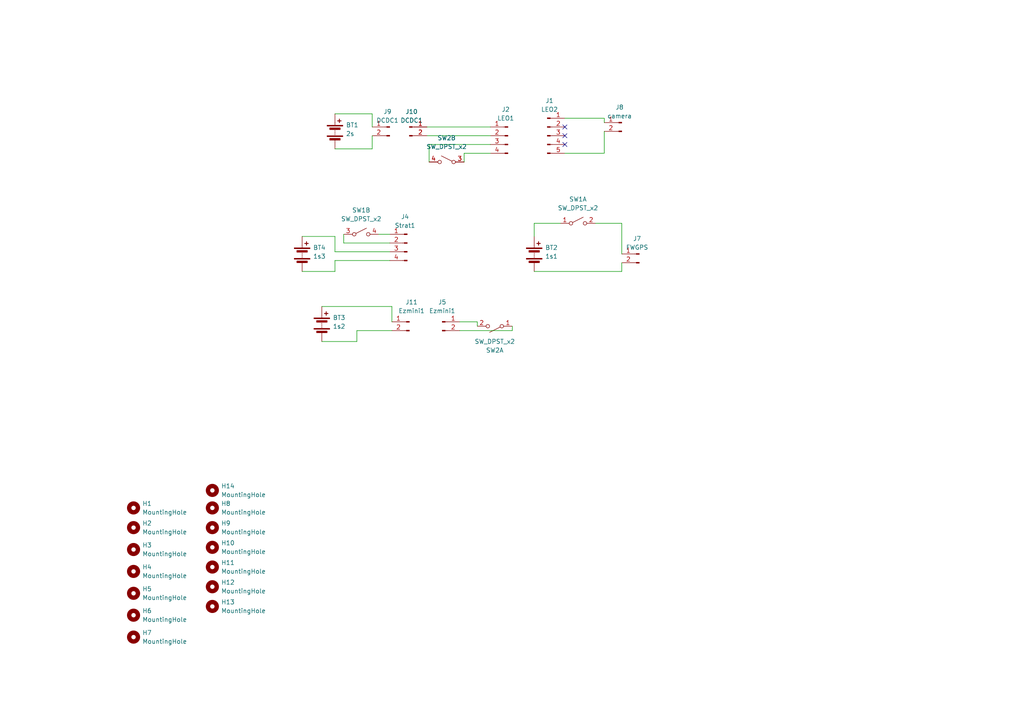
<source format=kicad_sch>
(kicad_sch (version 20231120) (generator "eeschema") (generator_version "8.0")
  (paper "A4")
  (lib_symbols
    (symbol "Connector:Conn_01x02_Pin" (pin_names (offset 1.016) hide)
      (property "Reference" "J" (at 0 2.54 0))
      (property "Value" "Conn_01x02_Pin" (at 0 -5.08 0))
      (symbol "Conn_01x02_Pin_1_1"
        (polyline (pts (xy 1.27 -2.54) (xy 0.8636 -2.54)) (stroke (width 0.1524)))
        (polyline (pts (xy 1.27 0) (xy 0.8636 0)) (stroke (width 0.1524)))
        (rectangle (start 0.8636 -2.413) (end 0 -2.667) (stroke (width 0.1524)) (fill (type outline)))
        (rectangle (start 0.8636 0.127) (end 0 -0.127) (stroke (width 0.1524)) (fill (type outline)))
        (pin passive line (at 5.08 0 180) (length 3.81) (name "Pin_1") (number "1"))
        (pin passive line (at 5.08 -2.54 180) (length 3.81) (name "Pin_2") (number "2"))
      )
    )
    (symbol "Connector:Conn_01x04_Pin" (pin_names (offset 1.016) hide)
      (property "Reference" "J" (at 0 5.08 0))
      (property "Value" "Conn_01x04_Pin" (at 0 -7.62 0))
      (symbol "Conn_01x04_Pin_1_1"
        (polyline (pts (xy 1.27 -5.08) (xy 0.8636 -5.08)) (stroke (width 0.1524)))
        (polyline (pts (xy 1.27 -2.54) (xy 0.8636 -2.54)) (stroke (width 0.1524)))
        (polyline (pts (xy 1.27 0) (xy 0.8636 0)) (stroke (width 0.1524)))
        (polyline (pts (xy 1.27 2.54) (xy 0.8636 2.54)) (stroke (width 0.1524)))
        (rectangle (start 0.8636 -4.953) (end 0 -5.207) (stroke (width 0.1524)) (fill (type outline)))
        (rectangle (start 0.8636 -2.413) (end 0 -2.667) (stroke (width 0.1524)) (fill (type outline)))
        (rectangle (start 0.8636 0.127) (end 0 -0.127) (stroke (width 0.1524)) (fill (type outline)))
        (rectangle (start 0.8636 2.667) (end 0 2.413) (stroke (width 0.1524)) (fill (type outline)))
        (pin passive line (at 5.08 2.54 180) (length 3.81) (name "Pin_1") (number "1"))
        (pin passive line (at 5.08 0 180) (length 3.81) (name "Pin_2") (number "2"))
        (pin passive line (at 5.08 -2.54 180) (length 3.81) (name "Pin_3") (number "3"))
        (pin passive line (at 5.08 -5.08 180) (length 3.81) (name "Pin_4") (number "4"))
      )
    )
    (symbol "Connector:Conn_01x05_Pin" (pin_names (offset 1.016) hide)
      (property "Reference" "J" (at 0 7.62 0))
      (property "Value" "Conn_01x05_Pin" (at 0 -7.62 0))
      (symbol "Conn_01x05_Pin_1_1"
        (polyline (pts (xy 1.27 -5.08) (xy 0.8636 -5.08)) (stroke (width 0.1524)))
        (polyline (pts (xy 1.27 -2.54) (xy 0.8636 -2.54)) (stroke (width 0.1524)))
        (polyline (pts (xy 1.27 0) (xy 0.8636 0)) (stroke (width 0.1524)))
        (polyline (pts (xy 1.27 2.54) (xy 0.8636 2.54)) (stroke (width 0.1524)))
        (polyline (pts (xy 1.27 5.08) (xy 0.8636 5.08)) (stroke (width 0.1524)))
        (rectangle (start 0.8636 -4.953) (end 0 -5.207) (stroke (width 0.1524)) (fill (type outline)))
        (rectangle (start 0.8636 -2.413) (end 0 -2.667) (stroke (width 0.1524)) (fill (type outline)))
        (rectangle (start 0.8636 0.127) (end 0 -0.127) (stroke (width 0.1524)) (fill (type outline)))
        (rectangle (start 0.8636 2.667) (end 0 2.413) (stroke (width 0.1524)) (fill (type outline)))
        (rectangle (start 0.8636 5.207) (end 0 4.953) (stroke (width 0.1524)) (fill (type outline)))
        (pin passive line (at 5.08 5.08 180) (length 3.81) (name "Pin_1") (number "1"))
        (pin passive line (at 5.08 2.54 180) (length 3.81) (name "Pin_2") (number "2"))
        (pin passive line (at 5.08 0 180) (length 3.81) (name "Pin_3") (number "3"))
        (pin passive line (at 5.08 -2.54 180) (length 3.81) (name "Pin_4") (number "4"))
        (pin passive line (at 5.08 -5.08 180) (length 3.81) (name "Pin_5") (number "5"))
      )
    )
    (symbol "Device:Battery" (pin_numbers hide) (pin_names (offset 0) hide)
      (property "Reference" "BT" (at 2.54 2.54 0))
      (property "Value" "Battery" (at 2.54 0 0))
      (symbol "Battery_0_1"
        (rectangle (start -2.286 -1.27) (end 2.286 -1.524) (fill (type outline)))
        (rectangle (start -2.286 1.778) (end 2.286 1.524) (fill (type outline)))
        (rectangle (start -1.524 -2.032) (end 1.524 -2.54) (fill (type outline)))
        (rectangle (start -1.524 1.016) (end 1.524 0.508) (fill (type outline)))
        (polyline (pts (xy 0 -1.016) (xy 0 -0.762)))
        (polyline (pts (xy 0 -0.508) (xy 0 -0.254)))
        (polyline (pts (xy 0 0) (xy 0 0.254)))
        (polyline (pts (xy 0 1.778) (xy 0 2.54)))
        (polyline (pts (xy 0.762 3.048) (xy 1.778 3.048)) (stroke (width 0.254)))
        (polyline (pts (xy 1.27 3.556) (xy 1.27 2.54)) (stroke (width 0.254)))
      )
      (symbol "Battery_1_1"
        (pin passive line (at 0 5.08 270) (length 2.54) (name "+") (number "1"))
        (pin passive line (at 0 -5.08 90) (length 2.54) (name "-") (number "2"))
      )
    )
    (symbol "Mechanical:MountingHole" (pin_names (offset 1.016))
      (property "Reference" "H" (at 0 5.08 0))
      (property "Value" "MountingHole" (at 0 3.175 0))
      (symbol "MountingHole_0_1"
        (circle (center 0 0) (radius 1.27) (stroke (width 1.27)))
      )
    )
    (symbol "Switch:SW_DPST_x2" (pin_names (offset 0) hide)
      (property "Reference" "SW" (at 0 3.175 0))
      (property "Value" "SW_DPST_x2" (at 0 -2.54 0))
      (symbol "SW_DPST_x2_0_0"
        (circle (center -2.032 0) (radius 0.508))
        (polyline (pts (xy -1.524 0.254) (xy 1.524 1.778)))
        (circle (center 2.032 0) (radius 0.508))
      )
      (symbol "SW_DPST_x2_1_1"
        (pin passive line (at -5.08 0 0) (length 2.54) (name "A") (number "1"))
        (pin passive line (at 5.08 0 180) (length 2.54) (name "B") (number "2"))
      )
      (symbol "SW_DPST_x2_2_1"
        (pin passive line (at -5.08 0 0) (length 2.54) (name "A") (number "3"))
        (pin passive line (at 5.08 0 180) (length 2.54) (name "B") (number "4"))
      )
    )
  )
  (no_connect (at 163.83 36.83))
  (no_connect (at 163.83 41.91))
  (no_connect (at 163.83 39.37))
  (wire (pts (xy 99.695 70.485) (xy 99.695 67.945)))
  (wire (pts (xy 113.03 70.485) (xy 99.695 70.485)))
  (wire (pts (xy 134.62 46.99) (xy 134.62 44.45)))
  (wire (pts (xy 175.26 44.45) (xy 163.83 44.45)))
  (wire (pts (xy 154.94 64.77) (xy 162.56 64.77)))
  (wire (pts (xy 154.94 78.74) (xy 180.34 78.74)))
  (wire (pts (xy 124.46 41.91) (xy 124.46 46.99)))
  (wire (pts (xy 154.94 68.58) (xy 154.94 64.77)))
  (wire (pts (xy 113.03 73.025) (xy 97.155 73.025)))
  (wire (pts (xy 175.26 34.29) (xy 175.26 35.56)))
  (wire (pts (xy 103.505 99.06) (xy 93.345 99.06)))
  (wire (pts (xy 97.155 33.02) (xy 107.95 33.02)))
  (wire (pts (xy 97.155 73.025) (xy 97.155 68.58)))
  (wire (pts (xy 113.665 88.9) (xy 113.665 93.345)))
  (wire (pts (xy 123.825 36.83) (xy 142.24 36.83)))
  (wire (pts (xy 97.155 43.18) (xy 107.95 43.18)))
  (wire (pts (xy 109.855 67.945) (xy 113.03 67.945)))
  (wire (pts (xy 107.95 43.18) (xy 107.95 39.37)))
  (wire (pts (xy 123.825 39.37) (xy 142.24 39.37)))
  (wire (pts (xy 107.95 33.02) (xy 107.95 36.83)))
  (wire (pts (xy 97.155 68.58) (xy 87.63 68.58)))
  (wire (pts (xy 180.34 64.77) (xy 180.34 73.66)))
  (wire (pts (xy 93.345 88.9) (xy 113.665 88.9)))
  (wire (pts (xy 175.26 38.1) (xy 175.26 44.45)))
  (wire (pts (xy 97.155 78.74) (xy 97.155 75.565)))
  (wire (pts (xy 148.59 94.615) (xy 148.59 95.885)))
  (wire (pts (xy 142.24 41.91) (xy 124.46 41.91)))
  (wire (pts (xy 97.155 75.565) (xy 113.03 75.565)))
  (wire (pts (xy 87.63 78.74) (xy 97.155 78.74)))
  (wire (pts (xy 172.72 64.77) (xy 180.34 64.77)))
  (wire (pts (xy 138.43 93.345) (xy 138.43 94.615)))
  (wire (pts (xy 103.505 95.885) (xy 103.505 99.06)))
  (wire (pts (xy 134.62 44.45) (xy 142.24 44.45)))
  (wire (pts (xy 163.83 34.29) (xy 175.26 34.29)))
  (wire (pts (xy 180.34 76.2) (xy 180.34 78.74)))
  (wire (pts (xy 133.35 93.345) (xy 138.43 93.345)))
  (wire (pts (xy 148.59 95.885) (xy 133.35 95.885)))
  (wire (pts (xy 113.665 95.885) (xy 103.505 95.885)))
  (symbol (lib_id "Mechanical:MountingHole") (at 61.595 153.035 0) (unit 1)
    (property "Reference" "H9" (at 64.135 151.7649 0) (effects (justify left)))
    (property "Value" "MountingHole" (at 64.135 154.3049 0) (effects (justify left)))
    (property "Footprint" ".pretty:MountingHole_2.2mm_M3_DIN965_Pad_1" (effects (hide yes)))
    (property "Description" "Mounting Hole without connection" (effects (hide yes)))
  )
  (symbol (lib_id "Mechanical:MountingHole") (at 61.595 158.75 0) (unit 1)
    (property "Reference" "H10" (at 64.135 157.4799 0) (effects (justify left)))
    (property "Value" "MountingHole" (at 64.135 160.0199 0) (effects (justify left)))
    (property "Footprint" ".pretty:MountingHole_2.2mm_M3_DIN965_Pad_1" (effects (hide yes)))
    (property "Description" "Mounting Hole without connection" (effects (hide yes)))
  )
  (symbol (lib_id "Connector:Conn_01x04_Pin") (at 147.32 39.37 0) (mirror y) (unit 1)
    (property "Reference" "J2" (at 146.685 31.75 0))
    (property "Value" "LEO1" (at 146.685 34.29 0))
    (property "Footprint" "Connector_PinHeader_2.54mm:PinHeader_1x04_P2.54mm_Vertical" (effects (hide yes)))
    (property "Description" "Generic connector, single row, 01x04, script generated" (effects (hide yes)))
  )
  (symbol (lib_id "Connector:Conn_01x04_Pin") (at 118.11 70.485 0) (mirror y) (unit 1)
    (property "Reference" "J4" (at 117.475 62.865 0))
    (property "Value" "Strat1" (at 117.475 65.405 0))
    (property "Footprint" ".pretty:PinHeader_1x04_P3.08mm_Vertical" (effects (hide yes)))
    (property "Description" "Generic connector, single row, 01x04, script generated" (effects (hide yes)))
  )
  (symbol (lib_id "Mechanical:MountingHole") (at 38.735 172.085 0) (unit 1)
    (property "Reference" "H5" (at 41.275 170.8149 0) (effects (justify left)))
    (property "Value" "MountingHole" (at 41.275 173.3549 0) (effects (justify left)))
    (property "Footprint" ".pretty:MountingHole_2.2mm_M3_DIN965_Pad_1" (effects (hide yes)))
    (property "Description" "Mounting Hole without connection" (effects (hide yes)))
  )
  (symbol (lib_id "Mechanical:MountingHole") (at 38.735 153.035 0) (unit 1)
    (property "Reference" "H2" (at 41.275 151.7649 0) (effects (justify left)))
    (property "Value" "MountingHole" (at 41.275 154.3049 0) (effects (justify left)))
    (property "Footprint" ".pretty:MountingHole_2.2mm_M2_DIN965_Pad" (effects (hide yes)))
    (property "Description" "Mounting Hole without connection" (effects (hide yes)))
  )
  (symbol (lib_id "Mechanical:MountingHole") (at 61.595 170.18 0) (unit 1)
    (property "Reference" "H12" (at 64.135 168.9099 0) (effects (justify left)))
    (property "Value" "MountingHole" (at 64.135 171.4499 0) (effects (justify left)))
    (property "Footprint" ".pretty:MountingHole_2.2mm_M3_DIN965_Pad_1" (effects (hide yes)))
    (property "Description" "Mounting Hole without connection" (effects (hide yes)))
  )
  (symbol (lib_id "Mechanical:MountingHole") (at 61.595 164.465 0) (unit 1)
    (property "Reference" "H11" (at 64.135 163.1949 0) (effects (justify left)))
    (property "Value" "MountingHole" (at 64.135 165.7349 0) (effects (justify left)))
    (property "Footprint" ".pretty:MountingHole_2.2mm_M3_DIN965_Pad_1" (effects (hide yes)))
    (property "Description" "Mounting Hole without connection" (effects (hide yes)))
  )
  (symbol (lib_id "Mechanical:MountingHole") (at 38.735 184.785 0) (unit 1)
    (property "Reference" "H7" (at 41.275 183.5149 0) (effects (justify left)))
    (property "Value" "MountingHole" (at 41.275 186.0549 0) (effects (justify left)))
    (property "Footprint" ".pretty:MountingHole_2.2mm_M3_DIN965_Pad_1" (effects (hide yes)))
    (property "Description" "Mounting Hole without connection" (effects (hide yes)))
  )
  (symbol (lib_id "Switch:SW_DPST_x2") (at 143.51 94.615 180) (unit 1)
    (property "Reference" "SW2" (at 143.51 101.6 0))
    (property "Value" "SW_DPST_x2" (at 143.51 99.06 0))
    (property "Footprint" "Connector_PinHeader_2.54mm:PinHeader_1x04_P2.54mm_Vertical" (effects (hide yes)))
    (property "Description" "Single Pole Single Throw (SPST) switch, separate symbol" (effects (hide yes)))
  )
  (symbol (lib_id "Mechanical:MountingHole") (at 38.735 159.385 0) (unit 1)
    (property "Reference" "H3" (at 41.275 158.1149 0) (effects (justify left)))
    (property "Value" "MountingHole" (at 41.275 160.6549 0) (effects (justify left)))
    (property "Footprint" ".pretty:MountingHole_2.2mm_M2_DIN965_Pad" (effects (hide yes)))
    (property "Description" "Mounting Hole without connection" (effects (hide yes)))
  )
  (symbol (lib_id "Connector:Conn_01x05_Pin") (at 158.75 39.37 0) (unit 1)
    (property "Reference" "J1" (at 159.385 29.21 0))
    (property "Value" "LEO2" (at 159.385 31.75 0))
    (property "Footprint" "Connector_PinHeader_2.54mm:PinHeader_1x05_P2.54mm_Vertical" (effects (hide yes)))
    (property "Description" "Generic connector, single row, 01x05, script generated" (effects (hide yes)))
  )
  (symbol (lib_id "Connector:Conn_01x02_Pin") (at 180.34 35.56 0) (mirror y) (unit 1)
    (property "Reference" "J8" (at 179.705 31.115 0))
    (property "Value" "camera" (at 179.705 33.655 0))
    (property "Footprint" "Connector_PinHeader_2.54mm:PinHeader_1x02_P2.54mm_Vertical" (effects (hide yes)))
    (property "Description" "Generic connector, single row, 01x02, script generated" (effects (hide yes)))
  )
  (symbol (lib_id "Mechanical:MountingHole") (at 38.735 147.32 0) (unit 1)
    (property "Reference" "H1" (at 41.275 146.0499 0) (effects (justify left)))
    (property "Value" "MountingHole" (at 41.275 148.5899 0) (effects (justify left)))
    (property "Footprint" ".pretty:MountingHole_2.2mm_M2_DIN965_Pad" (effects (hide yes)))
    (property "Description" "Mounting Hole without connection" (effects (hide yes)))
  )
  (symbol (lib_id "Device:Battery") (at 97.155 38.1 0) (unit 1)
    (property "Reference" "BT1" (at 100.33 36.2584 0) (effects (justify left)))
    (property "Value" "2s" (at 100.33 38.7984 0) (effects (justify left)))
    (property "Footprint" "Connector_PinHeader_2.54mm:PinHeader_1x02_P2.54mm_Vertical" (effects (hide yes)))
    (property "Description" "Multiple-cell battery" (effects (hide yes)))
  )
  (symbol (lib_id "Connector:Conn_01x02_Pin") (at 118.745 36.83 0) (unit 1)
    (property "Reference" "J10" (at 119.38 32.385 0))
    (property "Value" "DCDC1" (at 119.38 34.925 0))
    (property "Footprint" "Connector_PinHeader_2.54mm:PinHeader_1x02_P2.54mm_Vertical" (effects (hide yes)))
    (property "Description" "Generic connector, single row, 01x02, script generated" (effects (hide yes)))
  )
  (symbol (lib_id "Mechanical:MountingHole") (at 38.735 165.735 0) (unit 1)
    (property "Reference" "H4" (at 41.275 164.4649 0) (effects (justify left)))
    (property "Value" "MountingHole" (at 41.275 167.0049 0) (effects (justify left)))
    (property "Footprint" ".pretty:MountingHole_2.2mm_M2_DIN965_Pad" (effects (hide yes)))
    (property "Description" "Mounting Hole without connection" (effects (hide yes)))
  )
  (symbol (lib_id "Device:Battery") (at 93.345 93.98 0) (unit 1)
    (property "Reference" "BT3" (at 96.52 92.1384 0) (effects (justify left)))
    (property "Value" "1s2" (at 96.52 94.6784 0) (effects (justify left)))
    (property "Footprint" "Connector_PinHeader_2.54mm:PinHeader_1x02_P2.54mm_Vertical" (effects (hide yes)))
    (property "Description" "Multiple-cell battery" (effects (hide yes)))
  )
  (symbol (lib_id "Switch:SW_DPST_x2") (at 104.775 67.945 0) (unit 2)
    (property "Reference" "SW1" (at 104.775 60.96 0))
    (property "Value" "SW_DPST_x2" (at 104.775 63.5 0))
    (property "Footprint" "Connector_PinHeader_2.54mm:PinHeader_1x04_P2.54mm_Vertical" (effects (hide yes)))
    (property "Description" "Single Pole Single Throw (SPST) switch, separate symbol" (effects (hide yes)))
  )
  (symbol (lib_id "Connector:Conn_01x02_Pin") (at 128.27 93.345 0) (unit 1)
    (property "Reference" "J5" (at 128.27 87.63 0))
    (property "Value" "Ezmini1" (at 128.27 90.17 0))
    (property "Footprint" "Connector_PinHeader_2.54mm:PinHeader_1x02_P2.54mm_Vertical" (effects (hide yes)))
    (property "Description" "Generic connector, single row, 01x02, script generated" (effects (hide yes)))
  )
  (symbol (lib_id "Connector:Conn_01x02_Pin") (at 185.42 73.66 0) (mirror y) (unit 1)
    (property "Reference" "J7" (at 184.785 69.215 0))
    (property "Value" "FWGPS" (at 184.785 71.755 0))
    (property "Footprint" "Connector_PinHeader_2.54mm:PinHeader_1x02_P2.54mm_Vertical" (effects (hide yes)))
    (property "Description" "Generic connector, single row, 01x02, script generated" (effects (hide yes)))
  )
  (symbol (lib_id "Switch:SW_DPST_x2") (at 129.54 46.99 0) (mirror y) (unit 2)
    (property "Reference" "SW2" (at 129.54 40.005 0))
    (property "Value" "SW_DPST_x2" (at 129.54 42.545 0))
    (property "Footprint" "Connector_PinHeader_2.54mm:PinHeader_1x04_P2.54mm_Vertical" (effects (hide yes)))
    (property "Description" "Single Pole Single Throw (SPST) switch, separate symbol" (effects (hide yes)))
  )
  (symbol (lib_id "Connector:Conn_01x02_Pin") (at 113.03 36.83 0) (mirror y) (unit 1)
    (property "Reference" "J9" (at 112.395 32.385 0))
    (property "Value" "DCDC1" (at 112.395 34.925 0))
    (property "Footprint" "Connector_PinHeader_2.54mm:PinHeader_1x02_P2.54mm_Vertical" (effects (hide yes)))
    (property "Description" "Generic connector, single row, 01x02, script generated" (effects (hide yes)))
  )
  (symbol (lib_id "Mechanical:MountingHole") (at 38.735 178.435 0) (unit 1)
    (property "Reference" "H6" (at 41.275 177.1649 0) (effects (justify left)))
    (property "Value" "MountingHole" (at 41.275 179.7049 0) (effects (justify left)))
    (property "Footprint" ".pretty:MountingHole_2.2mm_M3_DIN965_Pad_1" (effects (hide yes)))
    (property "Description" "Mounting Hole without connection" (effects (hide yes)))
  )
  (symbol (lib_id "Mechanical:MountingHole") (at 61.595 142.24 0) (unit 1)
    (property "Reference" "H14" (at 64.135 140.9699 0) (effects (justify left)))
    (property "Value" "MountingHole" (at 64.135 143.5099 0) (effects (justify left)))
    (property "Footprint" ".pretty:MountingHole_2.2mm_M3_DIN965_Pad_1" (effects (hide yes)))
    (property "Description" "Mounting Hole without connection" (effects (hide yes)))
  )
  (symbol (lib_id "Mechanical:MountingHole") (at 61.595 147.32 0) (unit 1)
    (property "Reference" "H8" (at 64.135 146.0499 0) (effects (justify left)))
    (property "Value" "MountingHole" (at 64.135 148.5899 0) (effects (justify left)))
    (property "Footprint" ".pretty:MountingHole_2.2mm_M3_DIN965_Pad_1" (effects (hide yes)))
    (property "Description" "Mounting Hole without connection" (effects (hide yes)))
  )
  (symbol (lib_id "Device:Battery") (at 154.94 73.66 0) (unit 1)
    (property "Reference" "BT2" (at 158.115 71.8184 0) (effects (justify left)))
    (property "Value" "1s1" (at 158.115 74.3584 0) (effects (justify left)))
    (property "Footprint" "Connector_PinHeader_2.54mm:PinHeader_1x02_P2.54mm_Vertical" (effects (hide yes)))
    (property "Description" "Multiple-cell battery" (effects (hide yes)))
  )
  (symbol (lib_id "Connector:Conn_01x02_Pin") (at 118.745 93.345 0) (mirror y) (unit 1)
    (property "Reference" "J11" (at 119.38 87.63 0))
    (property "Value" "Ezmini1" (at 119.38 90.17 0))
    (property "Footprint" "Connector_PinHeader_2.54mm:PinHeader_1x02_P2.54mm_Vertical" (effects (hide yes)))
    (property "Description" "Generic connector, single row, 01x02, script generated" (effects (hide yes)))
  )
  (symbol (lib_id "Switch:SW_DPST_x2") (at 167.64 64.77 0) (unit 1)
    (property "Reference" "SW1" (at 167.64 57.785 0))
    (property "Value" "SW_DPST_x2" (at 167.64 60.325 0))
    (property "Footprint" "Connector_PinHeader_2.54mm:PinHeader_1x04_P2.54mm_Vertical" (effects (hide yes)))
    (property "Description" "Single Pole Single Throw (SPST) switch, separate symbol" (effects (hide yes)))
  )
  (symbol (lib_id "Mechanical:MountingHole") (at 61.595 175.895 0) (unit 1)
    (property "Reference" "H13" (at 64.135 174.6249 0) (effects (justify left)))
    (property "Value" "MountingHole" (at 64.135 177.1649 0) (effects (justify left)))
    (property "Footprint" ".pretty:MountingHole_2.2mm_M3_DIN965_Pad_1" (effects (hide yes)))
    (property "Description" "Mounting Hole without connection" (effects (hide yes)))
  )
  (symbol (lib_id "Device:Battery") (at 87.63 73.66 0) (unit 1)
    (property "Reference" "BT4" (at 90.805 71.8184 0) (effects (justify left)))
    (property "Value" "1s3" (at 90.805 74.3584 0) (effects (justify left)))
    (property "Footprint" "Connector_PinHeader_2.54mm:PinHeader_1x02_P2.54mm_Vertical" (effects (hide yes)))
    (property "Description" "Multiple-cell battery" (effects (hide yes)))
  )
)
</source>
